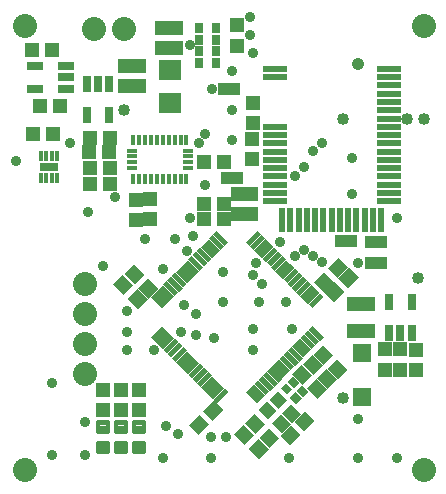
<source format=gts>
G75*
%MOIN*%
%OFA0B0*%
%FSLAX25Y25*%
%IPPOS*%
%LPD*%
%AMOC8*
5,1,8,0,0,1.08239X$1,22.5*
%
%ADD10R,0.07883X0.02372*%
%ADD11R,0.02372X0.07883*%
%ADD12C,0.04143*%
%ADD13R,0.05324X0.01781*%
%ADD14R,0.01781X0.05324*%
%ADD15R,0.04931X0.04537*%
%ADD16R,0.02765X0.05324*%
%ADD17R,0.09261X0.04600*%
%ADD18R,0.06112X0.06112*%
%ADD19R,0.04537X0.04931*%
%ADD20R,0.01584X0.03257*%
%ADD21R,0.03257X0.01584*%
%ADD22R,0.02962X0.03435*%
%ADD23R,0.07687X0.06899*%
%ADD24R,0.05324X0.02765*%
%ADD25R,0.02962X0.02569*%
%ADD26R,0.04537X0.04143*%
%ADD27C,0.08000*%
%ADD28R,0.07293X0.04143*%
%ADD29C,0.01361*%
%ADD30R,0.01584X0.03356*%
%ADD31R,0.05994X0.03120*%
%ADD32C,0.03500*%
%ADD33C,0.04000*%
D10*
X0098156Y0101984D03*
X0098156Y0104740D03*
X0098156Y0107496D03*
X0098156Y0110252D03*
X0098156Y0113008D03*
X0098156Y0115763D03*
X0098156Y0118519D03*
X0098156Y0121275D03*
X0098156Y0124031D03*
X0098156Y0126787D03*
X0098156Y0143322D03*
X0098156Y0146078D03*
X0136148Y0146078D03*
X0136148Y0143322D03*
X0136148Y0140567D03*
X0136148Y0137811D03*
X0136148Y0135055D03*
X0136148Y0132299D03*
X0136148Y0129543D03*
X0136148Y0126787D03*
X0136148Y0124031D03*
X0136148Y0121275D03*
X0136148Y0118519D03*
X0136148Y0115763D03*
X0136148Y0113008D03*
X0136148Y0110252D03*
X0136148Y0107496D03*
X0136148Y0104740D03*
X0136148Y0101984D03*
D11*
X0133688Y0095586D03*
X0130932Y0095586D03*
X0128176Y0095586D03*
X0125420Y0095586D03*
X0122664Y0095586D03*
X0119908Y0095586D03*
X0117152Y0095586D03*
X0114396Y0095586D03*
X0111640Y0095586D03*
X0108884Y0095586D03*
X0106128Y0095586D03*
X0103373Y0095586D03*
X0100617Y0095586D03*
D12*
X0125813Y0147850D03*
D13*
G36*
X0078975Y0092220D02*
X0082738Y0088457D01*
X0081479Y0087198D01*
X0077716Y0090961D01*
X0078975Y0092220D01*
G37*
G36*
X0077583Y0090828D02*
X0081346Y0087065D01*
X0080087Y0085806D01*
X0076324Y0089569D01*
X0077583Y0090828D01*
G37*
G36*
X0076192Y0089436D02*
X0079955Y0085673D01*
X0078696Y0084414D01*
X0074933Y0088177D01*
X0076192Y0089436D01*
G37*
G36*
X0074800Y0088044D02*
X0078563Y0084281D01*
X0077304Y0083022D01*
X0073541Y0086785D01*
X0074800Y0088044D01*
G37*
G36*
X0073408Y0086652D02*
X0077171Y0082889D01*
X0075912Y0081630D01*
X0072149Y0085393D01*
X0073408Y0086652D01*
G37*
G36*
X0072016Y0085260D02*
X0075779Y0081497D01*
X0074520Y0080238D01*
X0070757Y0084001D01*
X0072016Y0085260D01*
G37*
G36*
X0070624Y0083868D02*
X0074387Y0080105D01*
X0073128Y0078846D01*
X0069365Y0082609D01*
X0070624Y0083868D01*
G37*
G36*
X0069232Y0082476D02*
X0072995Y0078713D01*
X0071736Y0077454D01*
X0067973Y0081217D01*
X0069232Y0082476D01*
G37*
G36*
X0067840Y0081084D02*
X0071603Y0077321D01*
X0070344Y0076062D01*
X0066581Y0079825D01*
X0067840Y0081084D01*
G37*
G36*
X0066448Y0079692D02*
X0070211Y0075929D01*
X0068952Y0074670D01*
X0065189Y0078433D01*
X0066448Y0079692D01*
G37*
G36*
X0065056Y0078300D02*
X0068819Y0074537D01*
X0067560Y0073278D01*
X0063797Y0077041D01*
X0065056Y0078300D01*
G37*
G36*
X0063664Y0076909D02*
X0067427Y0073146D01*
X0066168Y0071887D01*
X0062405Y0075650D01*
X0063664Y0076909D01*
G37*
G36*
X0062272Y0075517D02*
X0066035Y0071754D01*
X0064776Y0070495D01*
X0061013Y0074258D01*
X0062272Y0075517D01*
G37*
G36*
X0060880Y0074125D02*
X0064643Y0070362D01*
X0063384Y0069103D01*
X0059621Y0072866D01*
X0060880Y0074125D01*
G37*
G36*
X0059488Y0072733D02*
X0063251Y0068970D01*
X0061992Y0067711D01*
X0058229Y0071474D01*
X0059488Y0072733D01*
G37*
G36*
X0058096Y0071341D02*
X0061859Y0067578D01*
X0060600Y0066319D01*
X0056837Y0070082D01*
X0058096Y0071341D01*
G37*
G36*
X0096792Y0046564D02*
X0100555Y0042801D01*
X0099296Y0041542D01*
X0095533Y0045305D01*
X0096792Y0046564D01*
G37*
G36*
X0098184Y0047956D02*
X0101947Y0044193D01*
X0100688Y0042934D01*
X0096925Y0046697D01*
X0098184Y0047956D01*
G37*
G36*
X0099576Y0049348D02*
X0103339Y0045585D01*
X0102080Y0044326D01*
X0098317Y0048089D01*
X0099576Y0049348D01*
G37*
G36*
X0100968Y0050740D02*
X0104731Y0046977D01*
X0103472Y0045718D01*
X0099709Y0049481D01*
X0100968Y0050740D01*
G37*
G36*
X0102360Y0052132D02*
X0106123Y0048369D01*
X0104864Y0047110D01*
X0101101Y0050873D01*
X0102360Y0052132D01*
G37*
G36*
X0103752Y0053524D02*
X0107515Y0049761D01*
X0106256Y0048502D01*
X0102493Y0052265D01*
X0103752Y0053524D01*
G37*
G36*
X0105144Y0054916D02*
X0108907Y0051153D01*
X0107648Y0049894D01*
X0103885Y0053657D01*
X0105144Y0054916D01*
G37*
G36*
X0106536Y0056308D02*
X0110299Y0052545D01*
X0109040Y0051286D01*
X0105277Y0055049D01*
X0106536Y0056308D01*
G37*
G36*
X0107928Y0057700D02*
X0111691Y0053937D01*
X0110432Y0052678D01*
X0106669Y0056441D01*
X0107928Y0057700D01*
G37*
G36*
X0109320Y0059092D02*
X0113083Y0055329D01*
X0111824Y0054070D01*
X0108061Y0057833D01*
X0109320Y0059092D01*
G37*
G36*
X0110712Y0060484D02*
X0114475Y0056721D01*
X0113216Y0055462D01*
X0109453Y0059225D01*
X0110712Y0060484D01*
G37*
G36*
X0095400Y0045172D02*
X0099163Y0041409D01*
X0097904Y0040150D01*
X0094141Y0043913D01*
X0095400Y0045172D01*
G37*
G36*
X0094008Y0043780D02*
X0097771Y0040017D01*
X0096512Y0038758D01*
X0092749Y0042521D01*
X0094008Y0043780D01*
G37*
G36*
X0092616Y0042388D02*
X0096379Y0038625D01*
X0095120Y0037366D01*
X0091357Y0041129D01*
X0092616Y0042388D01*
G37*
G36*
X0091225Y0040996D02*
X0094988Y0037233D01*
X0093729Y0035974D01*
X0089966Y0039737D01*
X0091225Y0040996D01*
G37*
G36*
X0089833Y0039604D02*
X0093596Y0035841D01*
X0092337Y0034582D01*
X0088574Y0038345D01*
X0089833Y0039604D01*
G37*
D14*
G36*
X0081479Y0039604D02*
X0082738Y0038345D01*
X0078975Y0034582D01*
X0077716Y0035841D01*
X0081479Y0039604D01*
G37*
G36*
X0080087Y0040996D02*
X0081346Y0039737D01*
X0077583Y0035974D01*
X0076324Y0037233D01*
X0080087Y0040996D01*
G37*
G36*
X0078696Y0042388D02*
X0079955Y0041129D01*
X0076192Y0037366D01*
X0074933Y0038625D01*
X0078696Y0042388D01*
G37*
G36*
X0077304Y0043780D02*
X0078563Y0042521D01*
X0074800Y0038758D01*
X0073541Y0040017D01*
X0077304Y0043780D01*
G37*
G36*
X0075912Y0045172D02*
X0077171Y0043913D01*
X0073408Y0040150D01*
X0072149Y0041409D01*
X0075912Y0045172D01*
G37*
G36*
X0074520Y0046564D02*
X0075779Y0045305D01*
X0072016Y0041542D01*
X0070757Y0042801D01*
X0074520Y0046564D01*
G37*
G36*
X0073128Y0047956D02*
X0074387Y0046697D01*
X0070624Y0042934D01*
X0069365Y0044193D01*
X0073128Y0047956D01*
G37*
G36*
X0071736Y0049348D02*
X0072995Y0048089D01*
X0069232Y0044326D01*
X0067973Y0045585D01*
X0071736Y0049348D01*
G37*
G36*
X0070344Y0050740D02*
X0071603Y0049481D01*
X0067840Y0045718D01*
X0066581Y0046977D01*
X0070344Y0050740D01*
G37*
G36*
X0068952Y0052132D02*
X0070211Y0050873D01*
X0066448Y0047110D01*
X0065189Y0048369D01*
X0068952Y0052132D01*
G37*
G36*
X0067560Y0053524D02*
X0068819Y0052265D01*
X0065056Y0048502D01*
X0063797Y0049761D01*
X0067560Y0053524D01*
G37*
G36*
X0066168Y0054916D02*
X0067427Y0053657D01*
X0063664Y0049894D01*
X0062405Y0051153D01*
X0066168Y0054916D01*
G37*
G36*
X0064776Y0056308D02*
X0066035Y0055049D01*
X0062272Y0051286D01*
X0061013Y0052545D01*
X0064776Y0056308D01*
G37*
G36*
X0063384Y0057700D02*
X0064643Y0056441D01*
X0060880Y0052678D01*
X0059621Y0053937D01*
X0063384Y0057700D01*
G37*
G36*
X0061992Y0059092D02*
X0063251Y0057833D01*
X0059488Y0054070D01*
X0058229Y0055329D01*
X0061992Y0059092D01*
G37*
G36*
X0060600Y0060484D02*
X0061859Y0059225D01*
X0058096Y0055462D01*
X0056837Y0056721D01*
X0060600Y0060484D01*
G37*
G36*
X0099296Y0085260D02*
X0100555Y0084001D01*
X0096792Y0080238D01*
X0095533Y0081497D01*
X0099296Y0085260D01*
G37*
G36*
X0097904Y0086652D02*
X0099163Y0085393D01*
X0095400Y0081630D01*
X0094141Y0082889D01*
X0097904Y0086652D01*
G37*
G36*
X0096512Y0088044D02*
X0097771Y0086785D01*
X0094008Y0083022D01*
X0092749Y0084281D01*
X0096512Y0088044D01*
G37*
G36*
X0095120Y0089436D02*
X0096379Y0088177D01*
X0092616Y0084414D01*
X0091357Y0085673D01*
X0095120Y0089436D01*
G37*
G36*
X0093729Y0090828D02*
X0094988Y0089569D01*
X0091225Y0085806D01*
X0089966Y0087065D01*
X0093729Y0090828D01*
G37*
G36*
X0092337Y0092220D02*
X0093596Y0090961D01*
X0089833Y0087198D01*
X0088574Y0088457D01*
X0092337Y0092220D01*
G37*
G36*
X0100688Y0083868D02*
X0101947Y0082609D01*
X0098184Y0078846D01*
X0096925Y0080105D01*
X0100688Y0083868D01*
G37*
G36*
X0102080Y0082476D02*
X0103339Y0081217D01*
X0099576Y0077454D01*
X0098317Y0078713D01*
X0102080Y0082476D01*
G37*
G36*
X0103472Y0081084D02*
X0104731Y0079825D01*
X0100968Y0076062D01*
X0099709Y0077321D01*
X0103472Y0081084D01*
G37*
G36*
X0104864Y0079692D02*
X0106123Y0078433D01*
X0102360Y0074670D01*
X0101101Y0075929D01*
X0104864Y0079692D01*
G37*
G36*
X0106256Y0078300D02*
X0107515Y0077041D01*
X0103752Y0073278D01*
X0102493Y0074537D01*
X0106256Y0078300D01*
G37*
G36*
X0107648Y0076909D02*
X0108907Y0075650D01*
X0105144Y0071887D01*
X0103885Y0073146D01*
X0107648Y0076909D01*
G37*
G36*
X0109040Y0075517D02*
X0110299Y0074258D01*
X0106536Y0070495D01*
X0105277Y0071754D01*
X0109040Y0075517D01*
G37*
G36*
X0110432Y0074125D02*
X0111691Y0072866D01*
X0107928Y0069103D01*
X0106669Y0070362D01*
X0110432Y0074125D01*
G37*
G36*
X0111824Y0072733D02*
X0113083Y0071474D01*
X0109320Y0067711D01*
X0108061Y0068970D01*
X0111824Y0072733D01*
G37*
G36*
X0113216Y0071341D02*
X0114475Y0070082D01*
X0110712Y0066319D01*
X0109453Y0067578D01*
X0113216Y0071341D01*
G37*
D15*
G36*
X0117959Y0075206D02*
X0114474Y0071721D01*
X0111267Y0074928D01*
X0114752Y0078413D01*
X0117959Y0075206D01*
G37*
G36*
X0126106Y0076574D02*
X0122621Y0073089D01*
X0119414Y0076296D01*
X0122899Y0079781D01*
X0126106Y0076574D01*
G37*
G36*
X0122692Y0079938D02*
X0119207Y0076453D01*
X0116000Y0079660D01*
X0119485Y0083145D01*
X0122692Y0079938D01*
G37*
G36*
X0121374Y0071841D02*
X0117889Y0068356D01*
X0114682Y0071563D01*
X0118167Y0075048D01*
X0121374Y0071841D01*
G37*
X0135010Y0052574D03*
X0135010Y0045882D03*
X0145185Y0045755D03*
X0145185Y0052448D03*
G36*
X0119158Y0042645D02*
X0115673Y0046130D01*
X0118880Y0049337D01*
X0122365Y0045852D01*
X0119158Y0042645D01*
G37*
G36*
X0115709Y0039425D02*
X0112224Y0042910D01*
X0115431Y0046117D01*
X0118916Y0042632D01*
X0115709Y0039425D01*
G37*
G36*
X0112279Y0036090D02*
X0108794Y0039575D01*
X0112001Y0042782D01*
X0115486Y0039297D01*
X0112279Y0036090D01*
G37*
G36*
X0111511Y0028822D02*
X0108026Y0025337D01*
X0104819Y0028544D01*
X0108304Y0032029D01*
X0111511Y0028822D01*
G37*
G36*
X0106779Y0024089D02*
X0103294Y0020604D01*
X0100087Y0023811D01*
X0103572Y0027296D01*
X0106779Y0024089D01*
G37*
G36*
X0096437Y0019700D02*
X0092952Y0023185D01*
X0096159Y0026392D01*
X0099644Y0022907D01*
X0096437Y0019700D01*
G37*
G36*
X0092920Y0016066D02*
X0089435Y0019551D01*
X0092642Y0022758D01*
X0096127Y0019273D01*
X0092920Y0016066D01*
G37*
G36*
X0088187Y0020798D02*
X0084702Y0024283D01*
X0087909Y0027490D01*
X0091394Y0024005D01*
X0088187Y0020798D01*
G37*
G36*
X0091704Y0024432D02*
X0088219Y0027917D01*
X0091426Y0031124D01*
X0094911Y0027639D01*
X0091704Y0024432D01*
G37*
G36*
X0074369Y0032077D02*
X0077854Y0035562D01*
X0081061Y0032355D01*
X0077576Y0028870D01*
X0074369Y0032077D01*
G37*
G36*
X0069636Y0027345D02*
X0073121Y0030830D01*
X0076328Y0027623D01*
X0072843Y0024138D01*
X0069636Y0027345D01*
G37*
X0052884Y0032468D03*
X0046884Y0032468D03*
X0040884Y0032468D03*
X0040884Y0039161D03*
X0046884Y0039161D03*
X0052884Y0039161D03*
G36*
X0052330Y0072720D02*
X0055815Y0069235D01*
X0052608Y0066028D01*
X0049123Y0069513D01*
X0052330Y0072720D01*
G37*
G36*
X0055921Y0076252D02*
X0059406Y0072767D01*
X0056199Y0069560D01*
X0052714Y0073045D01*
X0055921Y0076252D01*
G37*
G36*
X0051188Y0080985D02*
X0054673Y0077500D01*
X0051466Y0074293D01*
X0047981Y0077778D01*
X0051188Y0080985D01*
G37*
G36*
X0047598Y0077452D02*
X0051083Y0073967D01*
X0047876Y0070760D01*
X0044391Y0074245D01*
X0047598Y0077452D01*
G37*
X0056588Y0095905D03*
X0056588Y0102598D03*
X0043065Y0118414D03*
X0036373Y0118414D03*
X0036538Y0123015D03*
X0043231Y0123015D03*
X0024231Y0124315D03*
X0017538Y0124315D03*
X0017097Y0152496D03*
X0023790Y0152496D03*
X0085499Y0153882D03*
X0085499Y0160574D03*
X0090613Y0122674D03*
X0090613Y0115982D03*
G36*
X0114425Y0047378D02*
X0110940Y0050863D01*
X0114147Y0054070D01*
X0117632Y0050585D01*
X0114425Y0047378D01*
G37*
G36*
X0110976Y0044158D02*
X0107491Y0047643D01*
X0110698Y0050850D01*
X0114183Y0047365D01*
X0110976Y0044158D01*
G37*
G36*
X0107546Y0040822D02*
X0104061Y0044307D01*
X0107268Y0047514D01*
X0110753Y0044029D01*
X0107546Y0040822D01*
G37*
D16*
X0136325Y0058046D03*
X0140065Y0058046D03*
X0143806Y0058046D03*
X0143806Y0068283D03*
X0136325Y0068283D03*
X0043065Y0130708D03*
X0035585Y0130708D03*
X0035585Y0140945D03*
X0039325Y0140945D03*
X0043065Y0140945D03*
D17*
X0127026Y0067586D03*
X0127026Y0058712D03*
D18*
X0127091Y0051374D03*
X0127091Y0036808D03*
D19*
X0139984Y0045868D03*
X0139984Y0052561D03*
X0081317Y0096055D03*
X0085847Y0097619D03*
X0090388Y0097693D03*
X0090388Y0104385D03*
X0085847Y0104312D03*
X0081317Y0100989D03*
X0074625Y0100989D03*
X0074625Y0096055D03*
X0051774Y0095803D03*
X0051774Y0102496D03*
X0043117Y0107874D03*
X0036425Y0107874D03*
X0036425Y0112900D03*
X0043117Y0112900D03*
X0026672Y0133819D03*
X0019979Y0133819D03*
X0048144Y0140338D03*
X0052973Y0140327D03*
X0052973Y0147020D03*
X0048144Y0147031D03*
X0060625Y0153133D03*
X0065310Y0153133D03*
X0065310Y0159826D03*
X0060625Y0159826D03*
X0090771Y0134685D03*
X0090771Y0127992D03*
X0081144Y0114945D03*
X0074451Y0114945D03*
D20*
X0068727Y0109368D03*
X0066758Y0109368D03*
X0064790Y0109368D03*
X0062821Y0109368D03*
X0060853Y0109368D03*
X0058884Y0109368D03*
X0056916Y0109368D03*
X0054947Y0109368D03*
X0052979Y0109368D03*
X0051010Y0109368D03*
X0051010Y0122458D03*
X0052979Y0122458D03*
X0054947Y0122458D03*
X0056916Y0122458D03*
X0058884Y0122458D03*
X0060853Y0122458D03*
X0062821Y0122458D03*
X0064790Y0122458D03*
X0066758Y0122458D03*
X0068727Y0122458D03*
D21*
X0069170Y0118866D03*
X0069170Y0116897D03*
X0069170Y0114929D03*
X0069170Y0112960D03*
X0050567Y0112960D03*
X0050567Y0114929D03*
X0050567Y0116897D03*
X0050567Y0118866D03*
D22*
X0073058Y0148193D03*
X0073058Y0152011D03*
X0073058Y0155830D03*
X0078569Y0155830D03*
X0078569Y0152011D03*
X0078569Y0148193D03*
X0078569Y0159649D03*
X0073058Y0159649D03*
D23*
X0063176Y0145803D03*
X0063176Y0134779D03*
D24*
X0028562Y0139504D03*
X0028562Y0143244D03*
X0028562Y0146984D03*
X0018325Y0146984D03*
X0018325Y0139504D03*
D25*
G36*
X0104442Y0039739D02*
X0102348Y0041833D01*
X0104164Y0043649D01*
X0106258Y0041555D01*
X0104442Y0039739D01*
G37*
G36*
X0102215Y0037512D02*
X0100121Y0039606D01*
X0101937Y0041422D01*
X0104031Y0039328D01*
X0102215Y0037512D01*
G37*
G36*
X0105277Y0034450D02*
X0103183Y0036544D01*
X0104999Y0038360D01*
X0107093Y0036266D01*
X0105277Y0034450D01*
G37*
G36*
X0107504Y0036677D02*
X0105410Y0038771D01*
X0107226Y0040587D01*
X0109320Y0038493D01*
X0107504Y0036677D01*
G37*
D26*
G36*
X0103668Y0034260D02*
X0106875Y0031053D01*
X0103946Y0028124D01*
X0100739Y0031331D01*
X0103668Y0034260D01*
G37*
G36*
X0099144Y0038784D02*
X0102351Y0035577D01*
X0099422Y0032648D01*
X0096215Y0035855D01*
X0099144Y0038784D01*
G37*
G36*
X0095734Y0035374D02*
X0098941Y0032167D01*
X0096012Y0029238D01*
X0092805Y0032445D01*
X0095734Y0035374D01*
G37*
G36*
X0100258Y0030850D02*
X0103465Y0027643D01*
X0100536Y0024714D01*
X0097329Y0027921D01*
X0100258Y0030850D01*
G37*
D27*
X0014884Y0012315D03*
X0034884Y0044315D03*
X0034884Y0054315D03*
X0034884Y0064315D03*
X0034884Y0074315D03*
X0147884Y0012315D03*
X0047884Y0159315D03*
X0037884Y0159315D03*
X0014884Y0160315D03*
X0147884Y0160315D03*
D28*
X0082884Y0139315D03*
X0083984Y0109715D03*
X0121884Y0088615D03*
X0131884Y0088315D03*
X0131884Y0081315D03*
D29*
X0054472Y0028355D02*
X0051296Y0028355D01*
X0054472Y0028355D02*
X0054472Y0025179D01*
X0051296Y0025179D01*
X0051296Y0028355D01*
X0051296Y0026539D02*
X0054472Y0026539D01*
X0054472Y0027899D02*
X0051296Y0027899D01*
X0048472Y0028355D02*
X0045296Y0028355D01*
X0048472Y0028355D02*
X0048472Y0025179D01*
X0045296Y0025179D01*
X0045296Y0028355D01*
X0045296Y0026539D02*
X0048472Y0026539D01*
X0048472Y0027899D02*
X0045296Y0027899D01*
X0042472Y0028355D02*
X0039296Y0028355D01*
X0042472Y0028355D02*
X0042472Y0025179D01*
X0039296Y0025179D01*
X0039296Y0028355D01*
X0039296Y0026539D02*
X0042472Y0026539D01*
X0042472Y0027899D02*
X0039296Y0027899D01*
X0039296Y0021450D02*
X0042472Y0021450D01*
X0042472Y0018274D01*
X0039296Y0018274D01*
X0039296Y0021450D01*
X0039296Y0019634D02*
X0042472Y0019634D01*
X0042472Y0020994D02*
X0039296Y0020994D01*
X0045296Y0021450D02*
X0048472Y0021450D01*
X0048472Y0018274D01*
X0045296Y0018274D01*
X0045296Y0021450D01*
X0045296Y0019634D02*
X0048472Y0019634D01*
X0048472Y0020994D02*
X0045296Y0020994D01*
X0051296Y0021450D02*
X0054472Y0021450D01*
X0054472Y0018274D01*
X0051296Y0018274D01*
X0051296Y0021450D01*
X0051296Y0019634D02*
X0054472Y0019634D01*
X0054472Y0020994D02*
X0051296Y0020994D01*
D30*
X0025592Y0109653D03*
X0023821Y0109653D03*
X0022049Y0109653D03*
X0020277Y0109653D03*
X0020277Y0116937D03*
X0022049Y0116937D03*
X0023821Y0116937D03*
X0025592Y0116937D03*
D31*
X0022935Y0113295D03*
D32*
X0011884Y0115315D03*
X0029884Y0121315D03*
X0044884Y0103315D03*
X0035884Y0098315D03*
X0054884Y0089315D03*
X0064884Y0089315D03*
X0068884Y0085315D03*
X0070884Y0090315D03*
X0069884Y0096315D03*
X0074884Y0107315D03*
X0072884Y0121315D03*
X0074884Y0124315D03*
X0083884Y0122315D03*
X0083884Y0132315D03*
X0077284Y0139315D03*
X0083884Y0145315D03*
X0090884Y0151315D03*
X0089884Y0157315D03*
X0089884Y0163315D03*
X0069884Y0153915D03*
X0113884Y0121315D03*
X0110884Y0118815D03*
X0107884Y0113315D03*
X0104884Y0110315D03*
X0123884Y0116315D03*
X0123884Y0104315D03*
X0138884Y0096315D03*
X0125884Y0081315D03*
X0113884Y0081815D03*
X0110884Y0083815D03*
X0107884Y0085815D03*
X0104884Y0083815D03*
X0099884Y0088315D03*
X0091884Y0081315D03*
X0090884Y0077315D03*
X0093884Y0074315D03*
X0092884Y0068315D03*
X0101884Y0068315D03*
X0103884Y0059315D03*
X0090884Y0059315D03*
X0090884Y0052315D03*
X0077884Y0056315D03*
X0071884Y0057315D03*
X0066884Y0058315D03*
X0071884Y0064315D03*
X0067884Y0067315D03*
X0080884Y0068315D03*
X0080884Y0078315D03*
X0060884Y0079315D03*
X0048884Y0065315D03*
X0048884Y0058315D03*
X0048884Y0052315D03*
X0057884Y0052315D03*
X0034884Y0028315D03*
X0034884Y0017315D03*
X0023884Y0017315D03*
X0023884Y0041315D03*
X0061884Y0027115D03*
X0065884Y0024315D03*
X0060884Y0016315D03*
X0076884Y0016315D03*
X0076884Y0023315D03*
X0081884Y0023315D03*
X0102884Y0016315D03*
X0125884Y0016315D03*
X0138884Y0016315D03*
X0125884Y0029315D03*
X0040884Y0080315D03*
D33*
X0047884Y0132315D03*
X0120884Y0129315D03*
X0142184Y0129315D03*
X0147884Y0129315D03*
X0145884Y0076315D03*
X0120884Y0036315D03*
M02*

</source>
